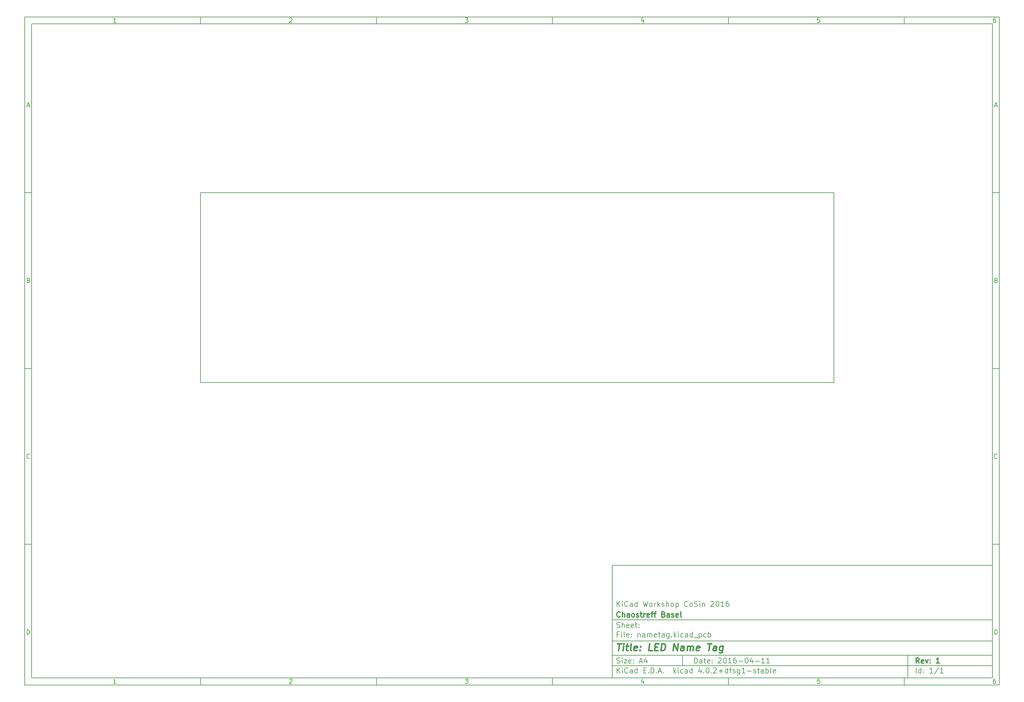
<source format=gbr>
G04 #@! TF.FileFunction,Profile,NP*
%FSLAX46Y46*%
G04 Gerber Fmt 4.6, Leading zero omitted, Abs format (unit mm)*
G04 Created by KiCad (PCBNEW 4.0.2+dfsg1-stable) date Fri 10 Jun 2016 09:08:50 CEST*
%MOMM*%
G01*
G04 APERTURE LIST*
%ADD10C,0.100000*%
%ADD11C,0.150000*%
%ADD12C,0.300000*%
%ADD13C,0.400000*%
G04 APERTURE END LIST*
D10*
D11*
X177002200Y-166007200D02*
X177002200Y-198007200D01*
X285002200Y-198007200D01*
X285002200Y-166007200D01*
X177002200Y-166007200D01*
D10*
D11*
X10000000Y-10000000D02*
X10000000Y-200007200D01*
X287002200Y-200007200D01*
X287002200Y-10000000D01*
X10000000Y-10000000D01*
D10*
D11*
X12000000Y-12000000D02*
X12000000Y-198007200D01*
X285002200Y-198007200D01*
X285002200Y-12000000D01*
X12000000Y-12000000D01*
D10*
D11*
X60000000Y-12000000D02*
X60000000Y-10000000D01*
D10*
D11*
X110000000Y-12000000D02*
X110000000Y-10000000D01*
D10*
D11*
X160000000Y-12000000D02*
X160000000Y-10000000D01*
D10*
D11*
X210000000Y-12000000D02*
X210000000Y-10000000D01*
D10*
D11*
X260000000Y-12000000D02*
X260000000Y-10000000D01*
D10*
D11*
X35990476Y-11588095D02*
X35247619Y-11588095D01*
X35619048Y-11588095D02*
X35619048Y-10288095D01*
X35495238Y-10473810D01*
X35371429Y-10597619D01*
X35247619Y-10659524D01*
D10*
D11*
X85247619Y-10411905D02*
X85309524Y-10350000D01*
X85433333Y-10288095D01*
X85742857Y-10288095D01*
X85866667Y-10350000D01*
X85928571Y-10411905D01*
X85990476Y-10535714D01*
X85990476Y-10659524D01*
X85928571Y-10845238D01*
X85185714Y-11588095D01*
X85990476Y-11588095D01*
D10*
D11*
X135185714Y-10288095D02*
X135990476Y-10288095D01*
X135557143Y-10783333D01*
X135742857Y-10783333D01*
X135866667Y-10845238D01*
X135928571Y-10907143D01*
X135990476Y-11030952D01*
X135990476Y-11340476D01*
X135928571Y-11464286D01*
X135866667Y-11526190D01*
X135742857Y-11588095D01*
X135371429Y-11588095D01*
X135247619Y-11526190D01*
X135185714Y-11464286D01*
D10*
D11*
X185866667Y-10721429D02*
X185866667Y-11588095D01*
X185557143Y-10226190D02*
X185247619Y-11154762D01*
X186052381Y-11154762D01*
D10*
D11*
X235928571Y-10288095D02*
X235309524Y-10288095D01*
X235247619Y-10907143D01*
X235309524Y-10845238D01*
X235433333Y-10783333D01*
X235742857Y-10783333D01*
X235866667Y-10845238D01*
X235928571Y-10907143D01*
X235990476Y-11030952D01*
X235990476Y-11340476D01*
X235928571Y-11464286D01*
X235866667Y-11526190D01*
X235742857Y-11588095D01*
X235433333Y-11588095D01*
X235309524Y-11526190D01*
X235247619Y-11464286D01*
D10*
D11*
X285866667Y-10288095D02*
X285619048Y-10288095D01*
X285495238Y-10350000D01*
X285433333Y-10411905D01*
X285309524Y-10597619D01*
X285247619Y-10845238D01*
X285247619Y-11340476D01*
X285309524Y-11464286D01*
X285371429Y-11526190D01*
X285495238Y-11588095D01*
X285742857Y-11588095D01*
X285866667Y-11526190D01*
X285928571Y-11464286D01*
X285990476Y-11340476D01*
X285990476Y-11030952D01*
X285928571Y-10907143D01*
X285866667Y-10845238D01*
X285742857Y-10783333D01*
X285495238Y-10783333D01*
X285371429Y-10845238D01*
X285309524Y-10907143D01*
X285247619Y-11030952D01*
D10*
D11*
X60000000Y-198007200D02*
X60000000Y-200007200D01*
D10*
D11*
X110000000Y-198007200D02*
X110000000Y-200007200D01*
D10*
D11*
X160000000Y-198007200D02*
X160000000Y-200007200D01*
D10*
D11*
X210000000Y-198007200D02*
X210000000Y-200007200D01*
D10*
D11*
X260000000Y-198007200D02*
X260000000Y-200007200D01*
D10*
D11*
X35990476Y-199595295D02*
X35247619Y-199595295D01*
X35619048Y-199595295D02*
X35619048Y-198295295D01*
X35495238Y-198481010D01*
X35371429Y-198604819D01*
X35247619Y-198666724D01*
D10*
D11*
X85247619Y-198419105D02*
X85309524Y-198357200D01*
X85433333Y-198295295D01*
X85742857Y-198295295D01*
X85866667Y-198357200D01*
X85928571Y-198419105D01*
X85990476Y-198542914D01*
X85990476Y-198666724D01*
X85928571Y-198852438D01*
X85185714Y-199595295D01*
X85990476Y-199595295D01*
D10*
D11*
X135185714Y-198295295D02*
X135990476Y-198295295D01*
X135557143Y-198790533D01*
X135742857Y-198790533D01*
X135866667Y-198852438D01*
X135928571Y-198914343D01*
X135990476Y-199038152D01*
X135990476Y-199347676D01*
X135928571Y-199471486D01*
X135866667Y-199533390D01*
X135742857Y-199595295D01*
X135371429Y-199595295D01*
X135247619Y-199533390D01*
X135185714Y-199471486D01*
D10*
D11*
X185866667Y-198728629D02*
X185866667Y-199595295D01*
X185557143Y-198233390D02*
X185247619Y-199161962D01*
X186052381Y-199161962D01*
D10*
D11*
X235928571Y-198295295D02*
X235309524Y-198295295D01*
X235247619Y-198914343D01*
X235309524Y-198852438D01*
X235433333Y-198790533D01*
X235742857Y-198790533D01*
X235866667Y-198852438D01*
X235928571Y-198914343D01*
X235990476Y-199038152D01*
X235990476Y-199347676D01*
X235928571Y-199471486D01*
X235866667Y-199533390D01*
X235742857Y-199595295D01*
X235433333Y-199595295D01*
X235309524Y-199533390D01*
X235247619Y-199471486D01*
D10*
D11*
X285866667Y-198295295D02*
X285619048Y-198295295D01*
X285495238Y-198357200D01*
X285433333Y-198419105D01*
X285309524Y-198604819D01*
X285247619Y-198852438D01*
X285247619Y-199347676D01*
X285309524Y-199471486D01*
X285371429Y-199533390D01*
X285495238Y-199595295D01*
X285742857Y-199595295D01*
X285866667Y-199533390D01*
X285928571Y-199471486D01*
X285990476Y-199347676D01*
X285990476Y-199038152D01*
X285928571Y-198914343D01*
X285866667Y-198852438D01*
X285742857Y-198790533D01*
X285495238Y-198790533D01*
X285371429Y-198852438D01*
X285309524Y-198914343D01*
X285247619Y-199038152D01*
D10*
D11*
X10000000Y-60000000D02*
X12000000Y-60000000D01*
D10*
D11*
X10000000Y-110000000D02*
X12000000Y-110000000D01*
D10*
D11*
X10000000Y-160000000D02*
X12000000Y-160000000D01*
D10*
D11*
X10690476Y-35216667D02*
X11309524Y-35216667D01*
X10566667Y-35588095D02*
X11000000Y-34288095D01*
X11433333Y-35588095D01*
D10*
D11*
X11092857Y-84907143D02*
X11278571Y-84969048D01*
X11340476Y-85030952D01*
X11402381Y-85154762D01*
X11402381Y-85340476D01*
X11340476Y-85464286D01*
X11278571Y-85526190D01*
X11154762Y-85588095D01*
X10659524Y-85588095D01*
X10659524Y-84288095D01*
X11092857Y-84288095D01*
X11216667Y-84350000D01*
X11278571Y-84411905D01*
X11340476Y-84535714D01*
X11340476Y-84659524D01*
X11278571Y-84783333D01*
X11216667Y-84845238D01*
X11092857Y-84907143D01*
X10659524Y-84907143D01*
D10*
D11*
X11402381Y-135464286D02*
X11340476Y-135526190D01*
X11154762Y-135588095D01*
X11030952Y-135588095D01*
X10845238Y-135526190D01*
X10721429Y-135402381D01*
X10659524Y-135278571D01*
X10597619Y-135030952D01*
X10597619Y-134845238D01*
X10659524Y-134597619D01*
X10721429Y-134473810D01*
X10845238Y-134350000D01*
X11030952Y-134288095D01*
X11154762Y-134288095D01*
X11340476Y-134350000D01*
X11402381Y-134411905D01*
D10*
D11*
X10659524Y-185588095D02*
X10659524Y-184288095D01*
X10969048Y-184288095D01*
X11154762Y-184350000D01*
X11278571Y-184473810D01*
X11340476Y-184597619D01*
X11402381Y-184845238D01*
X11402381Y-185030952D01*
X11340476Y-185278571D01*
X11278571Y-185402381D01*
X11154762Y-185526190D01*
X10969048Y-185588095D01*
X10659524Y-185588095D01*
D10*
D11*
X287002200Y-60000000D02*
X285002200Y-60000000D01*
D10*
D11*
X287002200Y-110000000D02*
X285002200Y-110000000D01*
D10*
D11*
X287002200Y-160000000D02*
X285002200Y-160000000D01*
D10*
D11*
X285692676Y-35216667D02*
X286311724Y-35216667D01*
X285568867Y-35588095D02*
X286002200Y-34288095D01*
X286435533Y-35588095D01*
D10*
D11*
X286095057Y-84907143D02*
X286280771Y-84969048D01*
X286342676Y-85030952D01*
X286404581Y-85154762D01*
X286404581Y-85340476D01*
X286342676Y-85464286D01*
X286280771Y-85526190D01*
X286156962Y-85588095D01*
X285661724Y-85588095D01*
X285661724Y-84288095D01*
X286095057Y-84288095D01*
X286218867Y-84350000D01*
X286280771Y-84411905D01*
X286342676Y-84535714D01*
X286342676Y-84659524D01*
X286280771Y-84783333D01*
X286218867Y-84845238D01*
X286095057Y-84907143D01*
X285661724Y-84907143D01*
D10*
D11*
X286404581Y-135464286D02*
X286342676Y-135526190D01*
X286156962Y-135588095D01*
X286033152Y-135588095D01*
X285847438Y-135526190D01*
X285723629Y-135402381D01*
X285661724Y-135278571D01*
X285599819Y-135030952D01*
X285599819Y-134845238D01*
X285661724Y-134597619D01*
X285723629Y-134473810D01*
X285847438Y-134350000D01*
X286033152Y-134288095D01*
X286156962Y-134288095D01*
X286342676Y-134350000D01*
X286404581Y-134411905D01*
D10*
D11*
X285661724Y-185588095D02*
X285661724Y-184288095D01*
X285971248Y-184288095D01*
X286156962Y-184350000D01*
X286280771Y-184473810D01*
X286342676Y-184597619D01*
X286404581Y-184845238D01*
X286404581Y-185030952D01*
X286342676Y-185278571D01*
X286280771Y-185402381D01*
X286156962Y-185526190D01*
X285971248Y-185588095D01*
X285661724Y-185588095D01*
D10*
D11*
X200359343Y-193785771D02*
X200359343Y-192285771D01*
X200716486Y-192285771D01*
X200930771Y-192357200D01*
X201073629Y-192500057D01*
X201145057Y-192642914D01*
X201216486Y-192928629D01*
X201216486Y-193142914D01*
X201145057Y-193428629D01*
X201073629Y-193571486D01*
X200930771Y-193714343D01*
X200716486Y-193785771D01*
X200359343Y-193785771D01*
X202502200Y-193785771D02*
X202502200Y-193000057D01*
X202430771Y-192857200D01*
X202287914Y-192785771D01*
X202002200Y-192785771D01*
X201859343Y-192857200D01*
X202502200Y-193714343D02*
X202359343Y-193785771D01*
X202002200Y-193785771D01*
X201859343Y-193714343D01*
X201787914Y-193571486D01*
X201787914Y-193428629D01*
X201859343Y-193285771D01*
X202002200Y-193214343D01*
X202359343Y-193214343D01*
X202502200Y-193142914D01*
X203002200Y-192785771D02*
X203573629Y-192785771D01*
X203216486Y-192285771D02*
X203216486Y-193571486D01*
X203287914Y-193714343D01*
X203430772Y-193785771D01*
X203573629Y-193785771D01*
X204645057Y-193714343D02*
X204502200Y-193785771D01*
X204216486Y-193785771D01*
X204073629Y-193714343D01*
X204002200Y-193571486D01*
X204002200Y-193000057D01*
X204073629Y-192857200D01*
X204216486Y-192785771D01*
X204502200Y-192785771D01*
X204645057Y-192857200D01*
X204716486Y-193000057D01*
X204716486Y-193142914D01*
X204002200Y-193285771D01*
X205359343Y-193642914D02*
X205430771Y-193714343D01*
X205359343Y-193785771D01*
X205287914Y-193714343D01*
X205359343Y-193642914D01*
X205359343Y-193785771D01*
X205359343Y-192857200D02*
X205430771Y-192928629D01*
X205359343Y-193000057D01*
X205287914Y-192928629D01*
X205359343Y-192857200D01*
X205359343Y-193000057D01*
X207145057Y-192428629D02*
X207216486Y-192357200D01*
X207359343Y-192285771D01*
X207716486Y-192285771D01*
X207859343Y-192357200D01*
X207930772Y-192428629D01*
X208002200Y-192571486D01*
X208002200Y-192714343D01*
X207930772Y-192928629D01*
X207073629Y-193785771D01*
X208002200Y-193785771D01*
X208930771Y-192285771D02*
X209073628Y-192285771D01*
X209216485Y-192357200D01*
X209287914Y-192428629D01*
X209359343Y-192571486D01*
X209430771Y-192857200D01*
X209430771Y-193214343D01*
X209359343Y-193500057D01*
X209287914Y-193642914D01*
X209216485Y-193714343D01*
X209073628Y-193785771D01*
X208930771Y-193785771D01*
X208787914Y-193714343D01*
X208716485Y-193642914D01*
X208645057Y-193500057D01*
X208573628Y-193214343D01*
X208573628Y-192857200D01*
X208645057Y-192571486D01*
X208716485Y-192428629D01*
X208787914Y-192357200D01*
X208930771Y-192285771D01*
X210859342Y-193785771D02*
X210002199Y-193785771D01*
X210430771Y-193785771D02*
X210430771Y-192285771D01*
X210287914Y-192500057D01*
X210145056Y-192642914D01*
X210002199Y-192714343D01*
X212145056Y-192285771D02*
X211859342Y-192285771D01*
X211716485Y-192357200D01*
X211645056Y-192428629D01*
X211502199Y-192642914D01*
X211430770Y-192928629D01*
X211430770Y-193500057D01*
X211502199Y-193642914D01*
X211573627Y-193714343D01*
X211716485Y-193785771D01*
X212002199Y-193785771D01*
X212145056Y-193714343D01*
X212216485Y-193642914D01*
X212287913Y-193500057D01*
X212287913Y-193142914D01*
X212216485Y-193000057D01*
X212145056Y-192928629D01*
X212002199Y-192857200D01*
X211716485Y-192857200D01*
X211573627Y-192928629D01*
X211502199Y-193000057D01*
X211430770Y-193142914D01*
X212930770Y-193214343D02*
X214073627Y-193214343D01*
X215073627Y-192285771D02*
X215216484Y-192285771D01*
X215359341Y-192357200D01*
X215430770Y-192428629D01*
X215502199Y-192571486D01*
X215573627Y-192857200D01*
X215573627Y-193214343D01*
X215502199Y-193500057D01*
X215430770Y-193642914D01*
X215359341Y-193714343D01*
X215216484Y-193785771D01*
X215073627Y-193785771D01*
X214930770Y-193714343D01*
X214859341Y-193642914D01*
X214787913Y-193500057D01*
X214716484Y-193214343D01*
X214716484Y-192857200D01*
X214787913Y-192571486D01*
X214859341Y-192428629D01*
X214930770Y-192357200D01*
X215073627Y-192285771D01*
X216859341Y-192785771D02*
X216859341Y-193785771D01*
X216502198Y-192214343D02*
X216145055Y-193285771D01*
X217073627Y-193285771D01*
X217645055Y-193214343D02*
X218787912Y-193214343D01*
X220287912Y-193785771D02*
X219430769Y-193785771D01*
X219859341Y-193785771D02*
X219859341Y-192285771D01*
X219716484Y-192500057D01*
X219573626Y-192642914D01*
X219430769Y-192714343D01*
X221716483Y-193785771D02*
X220859340Y-193785771D01*
X221287912Y-193785771D02*
X221287912Y-192285771D01*
X221145055Y-192500057D01*
X221002197Y-192642914D01*
X220859340Y-192714343D01*
D10*
D11*
X177002200Y-194507200D02*
X285002200Y-194507200D01*
D10*
D11*
X178359343Y-196585771D02*
X178359343Y-195085771D01*
X179216486Y-196585771D02*
X178573629Y-195728629D01*
X179216486Y-195085771D02*
X178359343Y-195942914D01*
X179859343Y-196585771D02*
X179859343Y-195585771D01*
X179859343Y-195085771D02*
X179787914Y-195157200D01*
X179859343Y-195228629D01*
X179930771Y-195157200D01*
X179859343Y-195085771D01*
X179859343Y-195228629D01*
X181430772Y-196442914D02*
X181359343Y-196514343D01*
X181145057Y-196585771D01*
X181002200Y-196585771D01*
X180787915Y-196514343D01*
X180645057Y-196371486D01*
X180573629Y-196228629D01*
X180502200Y-195942914D01*
X180502200Y-195728629D01*
X180573629Y-195442914D01*
X180645057Y-195300057D01*
X180787915Y-195157200D01*
X181002200Y-195085771D01*
X181145057Y-195085771D01*
X181359343Y-195157200D01*
X181430772Y-195228629D01*
X182716486Y-196585771D02*
X182716486Y-195800057D01*
X182645057Y-195657200D01*
X182502200Y-195585771D01*
X182216486Y-195585771D01*
X182073629Y-195657200D01*
X182716486Y-196514343D02*
X182573629Y-196585771D01*
X182216486Y-196585771D01*
X182073629Y-196514343D01*
X182002200Y-196371486D01*
X182002200Y-196228629D01*
X182073629Y-196085771D01*
X182216486Y-196014343D01*
X182573629Y-196014343D01*
X182716486Y-195942914D01*
X184073629Y-196585771D02*
X184073629Y-195085771D01*
X184073629Y-196514343D02*
X183930772Y-196585771D01*
X183645058Y-196585771D01*
X183502200Y-196514343D01*
X183430772Y-196442914D01*
X183359343Y-196300057D01*
X183359343Y-195871486D01*
X183430772Y-195728629D01*
X183502200Y-195657200D01*
X183645058Y-195585771D01*
X183930772Y-195585771D01*
X184073629Y-195657200D01*
X185930772Y-195800057D02*
X186430772Y-195800057D01*
X186645058Y-196585771D02*
X185930772Y-196585771D01*
X185930772Y-195085771D01*
X186645058Y-195085771D01*
X187287915Y-196442914D02*
X187359343Y-196514343D01*
X187287915Y-196585771D01*
X187216486Y-196514343D01*
X187287915Y-196442914D01*
X187287915Y-196585771D01*
X188002201Y-196585771D02*
X188002201Y-195085771D01*
X188359344Y-195085771D01*
X188573629Y-195157200D01*
X188716487Y-195300057D01*
X188787915Y-195442914D01*
X188859344Y-195728629D01*
X188859344Y-195942914D01*
X188787915Y-196228629D01*
X188716487Y-196371486D01*
X188573629Y-196514343D01*
X188359344Y-196585771D01*
X188002201Y-196585771D01*
X189502201Y-196442914D02*
X189573629Y-196514343D01*
X189502201Y-196585771D01*
X189430772Y-196514343D01*
X189502201Y-196442914D01*
X189502201Y-196585771D01*
X190145058Y-196157200D02*
X190859344Y-196157200D01*
X190002201Y-196585771D02*
X190502201Y-195085771D01*
X191002201Y-196585771D01*
X191502201Y-196442914D02*
X191573629Y-196514343D01*
X191502201Y-196585771D01*
X191430772Y-196514343D01*
X191502201Y-196442914D01*
X191502201Y-196585771D01*
X194502201Y-196585771D02*
X194502201Y-195085771D01*
X194645058Y-196014343D02*
X195073629Y-196585771D01*
X195073629Y-195585771D02*
X194502201Y-196157200D01*
X195716487Y-196585771D02*
X195716487Y-195585771D01*
X195716487Y-195085771D02*
X195645058Y-195157200D01*
X195716487Y-195228629D01*
X195787915Y-195157200D01*
X195716487Y-195085771D01*
X195716487Y-195228629D01*
X197073630Y-196514343D02*
X196930773Y-196585771D01*
X196645059Y-196585771D01*
X196502201Y-196514343D01*
X196430773Y-196442914D01*
X196359344Y-196300057D01*
X196359344Y-195871486D01*
X196430773Y-195728629D01*
X196502201Y-195657200D01*
X196645059Y-195585771D01*
X196930773Y-195585771D01*
X197073630Y-195657200D01*
X198359344Y-196585771D02*
X198359344Y-195800057D01*
X198287915Y-195657200D01*
X198145058Y-195585771D01*
X197859344Y-195585771D01*
X197716487Y-195657200D01*
X198359344Y-196514343D02*
X198216487Y-196585771D01*
X197859344Y-196585771D01*
X197716487Y-196514343D01*
X197645058Y-196371486D01*
X197645058Y-196228629D01*
X197716487Y-196085771D01*
X197859344Y-196014343D01*
X198216487Y-196014343D01*
X198359344Y-195942914D01*
X199716487Y-196585771D02*
X199716487Y-195085771D01*
X199716487Y-196514343D02*
X199573630Y-196585771D01*
X199287916Y-196585771D01*
X199145058Y-196514343D01*
X199073630Y-196442914D01*
X199002201Y-196300057D01*
X199002201Y-195871486D01*
X199073630Y-195728629D01*
X199145058Y-195657200D01*
X199287916Y-195585771D01*
X199573630Y-195585771D01*
X199716487Y-195657200D01*
X202216487Y-195585771D02*
X202216487Y-196585771D01*
X201859344Y-195014343D02*
X201502201Y-196085771D01*
X202430773Y-196085771D01*
X203002201Y-196442914D02*
X203073629Y-196514343D01*
X203002201Y-196585771D01*
X202930772Y-196514343D01*
X203002201Y-196442914D01*
X203002201Y-196585771D01*
X204002201Y-195085771D02*
X204145058Y-195085771D01*
X204287915Y-195157200D01*
X204359344Y-195228629D01*
X204430773Y-195371486D01*
X204502201Y-195657200D01*
X204502201Y-196014343D01*
X204430773Y-196300057D01*
X204359344Y-196442914D01*
X204287915Y-196514343D01*
X204145058Y-196585771D01*
X204002201Y-196585771D01*
X203859344Y-196514343D01*
X203787915Y-196442914D01*
X203716487Y-196300057D01*
X203645058Y-196014343D01*
X203645058Y-195657200D01*
X203716487Y-195371486D01*
X203787915Y-195228629D01*
X203859344Y-195157200D01*
X204002201Y-195085771D01*
X205145058Y-196442914D02*
X205216486Y-196514343D01*
X205145058Y-196585771D01*
X205073629Y-196514343D01*
X205145058Y-196442914D01*
X205145058Y-196585771D01*
X205787915Y-195228629D02*
X205859344Y-195157200D01*
X206002201Y-195085771D01*
X206359344Y-195085771D01*
X206502201Y-195157200D01*
X206573630Y-195228629D01*
X206645058Y-195371486D01*
X206645058Y-195514343D01*
X206573630Y-195728629D01*
X205716487Y-196585771D01*
X206645058Y-196585771D01*
X207287915Y-196014343D02*
X208430772Y-196014343D01*
X207859343Y-196585771D02*
X207859343Y-195442914D01*
X209787915Y-196585771D02*
X209787915Y-195085771D01*
X209787915Y-196514343D02*
X209645058Y-196585771D01*
X209359344Y-196585771D01*
X209216486Y-196514343D01*
X209145058Y-196442914D01*
X209073629Y-196300057D01*
X209073629Y-195871486D01*
X209145058Y-195728629D01*
X209216486Y-195657200D01*
X209359344Y-195585771D01*
X209645058Y-195585771D01*
X209787915Y-195657200D01*
X210287915Y-195585771D02*
X210859344Y-195585771D01*
X210502201Y-196585771D02*
X210502201Y-195300057D01*
X210573629Y-195157200D01*
X210716487Y-195085771D01*
X210859344Y-195085771D01*
X211287915Y-196514343D02*
X211430772Y-196585771D01*
X211716487Y-196585771D01*
X211859344Y-196514343D01*
X211930772Y-196371486D01*
X211930772Y-196300057D01*
X211859344Y-196157200D01*
X211716487Y-196085771D01*
X211502201Y-196085771D01*
X211359344Y-196014343D01*
X211287915Y-195871486D01*
X211287915Y-195800057D01*
X211359344Y-195657200D01*
X211502201Y-195585771D01*
X211716487Y-195585771D01*
X211859344Y-195657200D01*
X213216487Y-195585771D02*
X213216487Y-196800057D01*
X213145058Y-196942914D01*
X213073630Y-197014343D01*
X212930773Y-197085771D01*
X212716487Y-197085771D01*
X212573630Y-197014343D01*
X213216487Y-196514343D02*
X213073630Y-196585771D01*
X212787916Y-196585771D01*
X212645058Y-196514343D01*
X212573630Y-196442914D01*
X212502201Y-196300057D01*
X212502201Y-195871486D01*
X212573630Y-195728629D01*
X212645058Y-195657200D01*
X212787916Y-195585771D01*
X213073630Y-195585771D01*
X213216487Y-195657200D01*
X214716487Y-196585771D02*
X213859344Y-196585771D01*
X214287916Y-196585771D02*
X214287916Y-195085771D01*
X214145059Y-195300057D01*
X214002201Y-195442914D01*
X213859344Y-195514343D01*
X215359344Y-196014343D02*
X216502201Y-196014343D01*
X217145058Y-196514343D02*
X217287915Y-196585771D01*
X217573630Y-196585771D01*
X217716487Y-196514343D01*
X217787915Y-196371486D01*
X217787915Y-196300057D01*
X217716487Y-196157200D01*
X217573630Y-196085771D01*
X217359344Y-196085771D01*
X217216487Y-196014343D01*
X217145058Y-195871486D01*
X217145058Y-195800057D01*
X217216487Y-195657200D01*
X217359344Y-195585771D01*
X217573630Y-195585771D01*
X217716487Y-195657200D01*
X218216487Y-195585771D02*
X218787916Y-195585771D01*
X218430773Y-195085771D02*
X218430773Y-196371486D01*
X218502201Y-196514343D01*
X218645059Y-196585771D01*
X218787916Y-196585771D01*
X219930773Y-196585771D02*
X219930773Y-195800057D01*
X219859344Y-195657200D01*
X219716487Y-195585771D01*
X219430773Y-195585771D01*
X219287916Y-195657200D01*
X219930773Y-196514343D02*
X219787916Y-196585771D01*
X219430773Y-196585771D01*
X219287916Y-196514343D01*
X219216487Y-196371486D01*
X219216487Y-196228629D01*
X219287916Y-196085771D01*
X219430773Y-196014343D01*
X219787916Y-196014343D01*
X219930773Y-195942914D01*
X220645059Y-196585771D02*
X220645059Y-195085771D01*
X220645059Y-195657200D02*
X220787916Y-195585771D01*
X221073630Y-195585771D01*
X221216487Y-195657200D01*
X221287916Y-195728629D01*
X221359345Y-195871486D01*
X221359345Y-196300057D01*
X221287916Y-196442914D01*
X221216487Y-196514343D01*
X221073630Y-196585771D01*
X220787916Y-196585771D01*
X220645059Y-196514343D01*
X222216488Y-196585771D02*
X222073630Y-196514343D01*
X222002202Y-196371486D01*
X222002202Y-195085771D01*
X223359344Y-196514343D02*
X223216487Y-196585771D01*
X222930773Y-196585771D01*
X222787916Y-196514343D01*
X222716487Y-196371486D01*
X222716487Y-195800057D01*
X222787916Y-195657200D01*
X222930773Y-195585771D01*
X223216487Y-195585771D01*
X223359344Y-195657200D01*
X223430773Y-195800057D01*
X223430773Y-195942914D01*
X222716487Y-196085771D01*
D10*
D11*
X177002200Y-191507200D02*
X285002200Y-191507200D01*
D10*
D12*
X264216486Y-193785771D02*
X263716486Y-193071486D01*
X263359343Y-193785771D02*
X263359343Y-192285771D01*
X263930771Y-192285771D01*
X264073629Y-192357200D01*
X264145057Y-192428629D01*
X264216486Y-192571486D01*
X264216486Y-192785771D01*
X264145057Y-192928629D01*
X264073629Y-193000057D01*
X263930771Y-193071486D01*
X263359343Y-193071486D01*
X265430771Y-193714343D02*
X265287914Y-193785771D01*
X265002200Y-193785771D01*
X264859343Y-193714343D01*
X264787914Y-193571486D01*
X264787914Y-193000057D01*
X264859343Y-192857200D01*
X265002200Y-192785771D01*
X265287914Y-192785771D01*
X265430771Y-192857200D01*
X265502200Y-193000057D01*
X265502200Y-193142914D01*
X264787914Y-193285771D01*
X266002200Y-192785771D02*
X266359343Y-193785771D01*
X266716485Y-192785771D01*
X267287914Y-193642914D02*
X267359342Y-193714343D01*
X267287914Y-193785771D01*
X267216485Y-193714343D01*
X267287914Y-193642914D01*
X267287914Y-193785771D01*
X267287914Y-192857200D02*
X267359342Y-192928629D01*
X267287914Y-193000057D01*
X267216485Y-192928629D01*
X267287914Y-192857200D01*
X267287914Y-193000057D01*
X269930771Y-193785771D02*
X269073628Y-193785771D01*
X269502200Y-193785771D02*
X269502200Y-192285771D01*
X269359343Y-192500057D01*
X269216485Y-192642914D01*
X269073628Y-192714343D01*
D10*
D11*
X178287914Y-193714343D02*
X178502200Y-193785771D01*
X178859343Y-193785771D01*
X179002200Y-193714343D01*
X179073629Y-193642914D01*
X179145057Y-193500057D01*
X179145057Y-193357200D01*
X179073629Y-193214343D01*
X179002200Y-193142914D01*
X178859343Y-193071486D01*
X178573629Y-193000057D01*
X178430771Y-192928629D01*
X178359343Y-192857200D01*
X178287914Y-192714343D01*
X178287914Y-192571486D01*
X178359343Y-192428629D01*
X178430771Y-192357200D01*
X178573629Y-192285771D01*
X178930771Y-192285771D01*
X179145057Y-192357200D01*
X179787914Y-193785771D02*
X179787914Y-192785771D01*
X179787914Y-192285771D02*
X179716485Y-192357200D01*
X179787914Y-192428629D01*
X179859342Y-192357200D01*
X179787914Y-192285771D01*
X179787914Y-192428629D01*
X180359343Y-192785771D02*
X181145057Y-192785771D01*
X180359343Y-193785771D01*
X181145057Y-193785771D01*
X182287914Y-193714343D02*
X182145057Y-193785771D01*
X181859343Y-193785771D01*
X181716486Y-193714343D01*
X181645057Y-193571486D01*
X181645057Y-193000057D01*
X181716486Y-192857200D01*
X181859343Y-192785771D01*
X182145057Y-192785771D01*
X182287914Y-192857200D01*
X182359343Y-193000057D01*
X182359343Y-193142914D01*
X181645057Y-193285771D01*
X183002200Y-193642914D02*
X183073628Y-193714343D01*
X183002200Y-193785771D01*
X182930771Y-193714343D01*
X183002200Y-193642914D01*
X183002200Y-193785771D01*
X183002200Y-192857200D02*
X183073628Y-192928629D01*
X183002200Y-193000057D01*
X182930771Y-192928629D01*
X183002200Y-192857200D01*
X183002200Y-193000057D01*
X184787914Y-193357200D02*
X185502200Y-193357200D01*
X184645057Y-193785771D02*
X185145057Y-192285771D01*
X185645057Y-193785771D01*
X186787914Y-192785771D02*
X186787914Y-193785771D01*
X186430771Y-192214343D02*
X186073628Y-193285771D01*
X187002200Y-193285771D01*
D10*
D11*
X263359343Y-196585771D02*
X263359343Y-195085771D01*
X264716486Y-196585771D02*
X264716486Y-195085771D01*
X264716486Y-196514343D02*
X264573629Y-196585771D01*
X264287915Y-196585771D01*
X264145057Y-196514343D01*
X264073629Y-196442914D01*
X264002200Y-196300057D01*
X264002200Y-195871486D01*
X264073629Y-195728629D01*
X264145057Y-195657200D01*
X264287915Y-195585771D01*
X264573629Y-195585771D01*
X264716486Y-195657200D01*
X265430772Y-196442914D02*
X265502200Y-196514343D01*
X265430772Y-196585771D01*
X265359343Y-196514343D01*
X265430772Y-196442914D01*
X265430772Y-196585771D01*
X265430772Y-195657200D02*
X265502200Y-195728629D01*
X265430772Y-195800057D01*
X265359343Y-195728629D01*
X265430772Y-195657200D01*
X265430772Y-195800057D01*
X268073629Y-196585771D02*
X267216486Y-196585771D01*
X267645058Y-196585771D02*
X267645058Y-195085771D01*
X267502201Y-195300057D01*
X267359343Y-195442914D01*
X267216486Y-195514343D01*
X269787914Y-195014343D02*
X268502200Y-196942914D01*
X271073629Y-196585771D02*
X270216486Y-196585771D01*
X270645058Y-196585771D02*
X270645058Y-195085771D01*
X270502201Y-195300057D01*
X270359343Y-195442914D01*
X270216486Y-195514343D01*
D10*
D11*
X177002200Y-187507200D02*
X285002200Y-187507200D01*
D10*
D13*
X178454581Y-188211962D02*
X179597438Y-188211962D01*
X178776010Y-190211962D02*
X179026010Y-188211962D01*
X180014105Y-190211962D02*
X180180771Y-188878629D01*
X180264105Y-188211962D02*
X180156962Y-188307200D01*
X180240295Y-188402438D01*
X180347439Y-188307200D01*
X180264105Y-188211962D01*
X180240295Y-188402438D01*
X180847438Y-188878629D02*
X181609343Y-188878629D01*
X181216486Y-188211962D02*
X181002200Y-189926248D01*
X181073630Y-190116724D01*
X181252201Y-190211962D01*
X181442677Y-190211962D01*
X182395058Y-190211962D02*
X182216487Y-190116724D01*
X182145057Y-189926248D01*
X182359343Y-188211962D01*
X183930772Y-190116724D02*
X183728391Y-190211962D01*
X183347439Y-190211962D01*
X183168867Y-190116724D01*
X183097438Y-189926248D01*
X183192676Y-189164343D01*
X183311724Y-188973867D01*
X183514105Y-188878629D01*
X183895057Y-188878629D01*
X184073629Y-188973867D01*
X184145057Y-189164343D01*
X184121248Y-189354819D01*
X183145057Y-189545295D01*
X184895057Y-190021486D02*
X184978392Y-190116724D01*
X184871248Y-190211962D01*
X184787915Y-190116724D01*
X184895057Y-190021486D01*
X184871248Y-190211962D01*
X185026010Y-188973867D02*
X185109344Y-189069105D01*
X185002200Y-189164343D01*
X184918867Y-189069105D01*
X185026010Y-188973867D01*
X185002200Y-189164343D01*
X188299820Y-190211962D02*
X187347439Y-190211962D01*
X187597439Y-188211962D01*
X189097439Y-189164343D02*
X189764106Y-189164343D01*
X189918868Y-190211962D02*
X188966487Y-190211962D01*
X189216487Y-188211962D01*
X190168868Y-188211962D01*
X190776011Y-190211962D02*
X191026011Y-188211962D01*
X191502202Y-188211962D01*
X191776011Y-188307200D01*
X191942678Y-188497676D01*
X192014107Y-188688152D01*
X192061726Y-189069105D01*
X192026012Y-189354819D01*
X191883155Y-189735771D01*
X191764106Y-189926248D01*
X191549821Y-190116724D01*
X191252202Y-190211962D01*
X190776011Y-190211962D01*
X194299821Y-190211962D02*
X194549821Y-188211962D01*
X195442679Y-190211962D01*
X195692679Y-188211962D01*
X197252202Y-190211962D02*
X197383154Y-189164343D01*
X197311726Y-188973867D01*
X197133154Y-188878629D01*
X196752202Y-188878629D01*
X196549821Y-188973867D01*
X197264107Y-190116724D02*
X197061726Y-190211962D01*
X196585536Y-190211962D01*
X196406964Y-190116724D01*
X196335535Y-189926248D01*
X196359345Y-189735771D01*
X196478392Y-189545295D01*
X196680774Y-189450057D01*
X197156964Y-189450057D01*
X197359345Y-189354819D01*
X198204583Y-190211962D02*
X198371249Y-188878629D01*
X198347440Y-189069105D02*
X198454584Y-188973867D01*
X198656964Y-188878629D01*
X198942678Y-188878629D01*
X199121250Y-188973867D01*
X199192678Y-189164343D01*
X199061726Y-190211962D01*
X199192678Y-189164343D02*
X199311726Y-188973867D01*
X199514107Y-188878629D01*
X199799821Y-188878629D01*
X199978393Y-188973867D01*
X200049821Y-189164343D01*
X199918869Y-190211962D01*
X201645060Y-190116724D02*
X201442679Y-190211962D01*
X201061727Y-190211962D01*
X200883155Y-190116724D01*
X200811726Y-189926248D01*
X200906964Y-189164343D01*
X201026012Y-188973867D01*
X201228393Y-188878629D01*
X201609345Y-188878629D01*
X201787917Y-188973867D01*
X201859345Y-189164343D01*
X201835536Y-189354819D01*
X200859345Y-189545295D01*
X204073632Y-188211962D02*
X205216489Y-188211962D01*
X204395061Y-190211962D02*
X204645061Y-188211962D01*
X206490299Y-190211962D02*
X206621251Y-189164343D01*
X206549823Y-188973867D01*
X206371251Y-188878629D01*
X205990299Y-188878629D01*
X205787918Y-188973867D01*
X206502204Y-190116724D02*
X206299823Y-190211962D01*
X205823633Y-190211962D01*
X205645061Y-190116724D01*
X205573632Y-189926248D01*
X205597442Y-189735771D01*
X205716489Y-189545295D01*
X205918871Y-189450057D01*
X206395061Y-189450057D01*
X206597442Y-189354819D01*
X208466489Y-188878629D02*
X208264108Y-190497676D01*
X208145061Y-190688152D01*
X208037918Y-190783390D01*
X207835537Y-190878629D01*
X207549823Y-190878629D01*
X207371251Y-190783390D01*
X208311728Y-190116724D02*
X208109347Y-190211962D01*
X207728395Y-190211962D01*
X207549824Y-190116724D01*
X207466489Y-190021486D01*
X207395061Y-189831010D01*
X207466489Y-189259581D01*
X207585537Y-189069105D01*
X207692681Y-188973867D01*
X207895061Y-188878629D01*
X208276013Y-188878629D01*
X208454585Y-188973867D01*
D10*
D11*
X178859343Y-185600057D02*
X178359343Y-185600057D01*
X178359343Y-186385771D02*
X178359343Y-184885771D01*
X179073629Y-184885771D01*
X179645057Y-186385771D02*
X179645057Y-185385771D01*
X179645057Y-184885771D02*
X179573628Y-184957200D01*
X179645057Y-185028629D01*
X179716485Y-184957200D01*
X179645057Y-184885771D01*
X179645057Y-185028629D01*
X180573629Y-186385771D02*
X180430771Y-186314343D01*
X180359343Y-186171486D01*
X180359343Y-184885771D01*
X181716485Y-186314343D02*
X181573628Y-186385771D01*
X181287914Y-186385771D01*
X181145057Y-186314343D01*
X181073628Y-186171486D01*
X181073628Y-185600057D01*
X181145057Y-185457200D01*
X181287914Y-185385771D01*
X181573628Y-185385771D01*
X181716485Y-185457200D01*
X181787914Y-185600057D01*
X181787914Y-185742914D01*
X181073628Y-185885771D01*
X182430771Y-186242914D02*
X182502199Y-186314343D01*
X182430771Y-186385771D01*
X182359342Y-186314343D01*
X182430771Y-186242914D01*
X182430771Y-186385771D01*
X182430771Y-185457200D02*
X182502199Y-185528629D01*
X182430771Y-185600057D01*
X182359342Y-185528629D01*
X182430771Y-185457200D01*
X182430771Y-185600057D01*
X184287914Y-185385771D02*
X184287914Y-186385771D01*
X184287914Y-185528629D02*
X184359342Y-185457200D01*
X184502200Y-185385771D01*
X184716485Y-185385771D01*
X184859342Y-185457200D01*
X184930771Y-185600057D01*
X184930771Y-186385771D01*
X186287914Y-186385771D02*
X186287914Y-185600057D01*
X186216485Y-185457200D01*
X186073628Y-185385771D01*
X185787914Y-185385771D01*
X185645057Y-185457200D01*
X186287914Y-186314343D02*
X186145057Y-186385771D01*
X185787914Y-186385771D01*
X185645057Y-186314343D01*
X185573628Y-186171486D01*
X185573628Y-186028629D01*
X185645057Y-185885771D01*
X185787914Y-185814343D01*
X186145057Y-185814343D01*
X186287914Y-185742914D01*
X187002200Y-186385771D02*
X187002200Y-185385771D01*
X187002200Y-185528629D02*
X187073628Y-185457200D01*
X187216486Y-185385771D01*
X187430771Y-185385771D01*
X187573628Y-185457200D01*
X187645057Y-185600057D01*
X187645057Y-186385771D01*
X187645057Y-185600057D02*
X187716486Y-185457200D01*
X187859343Y-185385771D01*
X188073628Y-185385771D01*
X188216486Y-185457200D01*
X188287914Y-185600057D01*
X188287914Y-186385771D01*
X189573628Y-186314343D02*
X189430771Y-186385771D01*
X189145057Y-186385771D01*
X189002200Y-186314343D01*
X188930771Y-186171486D01*
X188930771Y-185600057D01*
X189002200Y-185457200D01*
X189145057Y-185385771D01*
X189430771Y-185385771D01*
X189573628Y-185457200D01*
X189645057Y-185600057D01*
X189645057Y-185742914D01*
X188930771Y-185885771D01*
X190073628Y-185385771D02*
X190645057Y-185385771D01*
X190287914Y-184885771D02*
X190287914Y-186171486D01*
X190359342Y-186314343D01*
X190502200Y-186385771D01*
X190645057Y-186385771D01*
X191787914Y-186385771D02*
X191787914Y-185600057D01*
X191716485Y-185457200D01*
X191573628Y-185385771D01*
X191287914Y-185385771D01*
X191145057Y-185457200D01*
X191787914Y-186314343D02*
X191645057Y-186385771D01*
X191287914Y-186385771D01*
X191145057Y-186314343D01*
X191073628Y-186171486D01*
X191073628Y-186028629D01*
X191145057Y-185885771D01*
X191287914Y-185814343D01*
X191645057Y-185814343D01*
X191787914Y-185742914D01*
X193145057Y-185385771D02*
X193145057Y-186600057D01*
X193073628Y-186742914D01*
X193002200Y-186814343D01*
X192859343Y-186885771D01*
X192645057Y-186885771D01*
X192502200Y-186814343D01*
X193145057Y-186314343D02*
X193002200Y-186385771D01*
X192716486Y-186385771D01*
X192573628Y-186314343D01*
X192502200Y-186242914D01*
X192430771Y-186100057D01*
X192430771Y-185671486D01*
X192502200Y-185528629D01*
X192573628Y-185457200D01*
X192716486Y-185385771D01*
X193002200Y-185385771D01*
X193145057Y-185457200D01*
X193859343Y-186242914D02*
X193930771Y-186314343D01*
X193859343Y-186385771D01*
X193787914Y-186314343D01*
X193859343Y-186242914D01*
X193859343Y-186385771D01*
X194573629Y-186385771D02*
X194573629Y-184885771D01*
X194716486Y-185814343D02*
X195145057Y-186385771D01*
X195145057Y-185385771D02*
X194573629Y-185957200D01*
X195787915Y-186385771D02*
X195787915Y-185385771D01*
X195787915Y-184885771D02*
X195716486Y-184957200D01*
X195787915Y-185028629D01*
X195859343Y-184957200D01*
X195787915Y-184885771D01*
X195787915Y-185028629D01*
X197145058Y-186314343D02*
X197002201Y-186385771D01*
X196716487Y-186385771D01*
X196573629Y-186314343D01*
X196502201Y-186242914D01*
X196430772Y-186100057D01*
X196430772Y-185671486D01*
X196502201Y-185528629D01*
X196573629Y-185457200D01*
X196716487Y-185385771D01*
X197002201Y-185385771D01*
X197145058Y-185457200D01*
X198430772Y-186385771D02*
X198430772Y-185600057D01*
X198359343Y-185457200D01*
X198216486Y-185385771D01*
X197930772Y-185385771D01*
X197787915Y-185457200D01*
X198430772Y-186314343D02*
X198287915Y-186385771D01*
X197930772Y-186385771D01*
X197787915Y-186314343D01*
X197716486Y-186171486D01*
X197716486Y-186028629D01*
X197787915Y-185885771D01*
X197930772Y-185814343D01*
X198287915Y-185814343D01*
X198430772Y-185742914D01*
X199787915Y-186385771D02*
X199787915Y-184885771D01*
X199787915Y-186314343D02*
X199645058Y-186385771D01*
X199359344Y-186385771D01*
X199216486Y-186314343D01*
X199145058Y-186242914D01*
X199073629Y-186100057D01*
X199073629Y-185671486D01*
X199145058Y-185528629D01*
X199216486Y-185457200D01*
X199359344Y-185385771D01*
X199645058Y-185385771D01*
X199787915Y-185457200D01*
X200145058Y-186528629D02*
X201287915Y-186528629D01*
X201645058Y-185385771D02*
X201645058Y-186885771D01*
X201645058Y-185457200D02*
X201787915Y-185385771D01*
X202073629Y-185385771D01*
X202216486Y-185457200D01*
X202287915Y-185528629D01*
X202359344Y-185671486D01*
X202359344Y-186100057D01*
X202287915Y-186242914D01*
X202216486Y-186314343D01*
X202073629Y-186385771D01*
X201787915Y-186385771D01*
X201645058Y-186314343D01*
X203645058Y-186314343D02*
X203502201Y-186385771D01*
X203216487Y-186385771D01*
X203073629Y-186314343D01*
X203002201Y-186242914D01*
X202930772Y-186100057D01*
X202930772Y-185671486D01*
X203002201Y-185528629D01*
X203073629Y-185457200D01*
X203216487Y-185385771D01*
X203502201Y-185385771D01*
X203645058Y-185457200D01*
X204287915Y-186385771D02*
X204287915Y-184885771D01*
X204287915Y-185457200D02*
X204430772Y-185385771D01*
X204716486Y-185385771D01*
X204859343Y-185457200D01*
X204930772Y-185528629D01*
X205002201Y-185671486D01*
X205002201Y-186100057D01*
X204930772Y-186242914D01*
X204859343Y-186314343D01*
X204716486Y-186385771D01*
X204430772Y-186385771D01*
X204287915Y-186314343D01*
D10*
D11*
X177002200Y-181507200D02*
X285002200Y-181507200D01*
D10*
D11*
X178287914Y-183614343D02*
X178502200Y-183685771D01*
X178859343Y-183685771D01*
X179002200Y-183614343D01*
X179073629Y-183542914D01*
X179145057Y-183400057D01*
X179145057Y-183257200D01*
X179073629Y-183114343D01*
X179002200Y-183042914D01*
X178859343Y-182971486D01*
X178573629Y-182900057D01*
X178430771Y-182828629D01*
X178359343Y-182757200D01*
X178287914Y-182614343D01*
X178287914Y-182471486D01*
X178359343Y-182328629D01*
X178430771Y-182257200D01*
X178573629Y-182185771D01*
X178930771Y-182185771D01*
X179145057Y-182257200D01*
X179787914Y-183685771D02*
X179787914Y-182185771D01*
X180430771Y-183685771D02*
X180430771Y-182900057D01*
X180359342Y-182757200D01*
X180216485Y-182685771D01*
X180002200Y-182685771D01*
X179859342Y-182757200D01*
X179787914Y-182828629D01*
X181716485Y-183614343D02*
X181573628Y-183685771D01*
X181287914Y-183685771D01*
X181145057Y-183614343D01*
X181073628Y-183471486D01*
X181073628Y-182900057D01*
X181145057Y-182757200D01*
X181287914Y-182685771D01*
X181573628Y-182685771D01*
X181716485Y-182757200D01*
X181787914Y-182900057D01*
X181787914Y-183042914D01*
X181073628Y-183185771D01*
X183002199Y-183614343D02*
X182859342Y-183685771D01*
X182573628Y-183685771D01*
X182430771Y-183614343D01*
X182359342Y-183471486D01*
X182359342Y-182900057D01*
X182430771Y-182757200D01*
X182573628Y-182685771D01*
X182859342Y-182685771D01*
X183002199Y-182757200D01*
X183073628Y-182900057D01*
X183073628Y-183042914D01*
X182359342Y-183185771D01*
X183502199Y-182685771D02*
X184073628Y-182685771D01*
X183716485Y-182185771D02*
X183716485Y-183471486D01*
X183787913Y-183614343D01*
X183930771Y-183685771D01*
X184073628Y-183685771D01*
X184573628Y-183542914D02*
X184645056Y-183614343D01*
X184573628Y-183685771D01*
X184502199Y-183614343D01*
X184573628Y-183542914D01*
X184573628Y-183685771D01*
X184573628Y-182757200D02*
X184645056Y-182828629D01*
X184573628Y-182900057D01*
X184502199Y-182828629D01*
X184573628Y-182757200D01*
X184573628Y-182900057D01*
D10*
D12*
X179216486Y-180542914D02*
X179145057Y-180614343D01*
X178930771Y-180685771D01*
X178787914Y-180685771D01*
X178573629Y-180614343D01*
X178430771Y-180471486D01*
X178359343Y-180328629D01*
X178287914Y-180042914D01*
X178287914Y-179828629D01*
X178359343Y-179542914D01*
X178430771Y-179400057D01*
X178573629Y-179257200D01*
X178787914Y-179185771D01*
X178930771Y-179185771D01*
X179145057Y-179257200D01*
X179216486Y-179328629D01*
X179859343Y-180685771D02*
X179859343Y-179185771D01*
X180502200Y-180685771D02*
X180502200Y-179900057D01*
X180430771Y-179757200D01*
X180287914Y-179685771D01*
X180073629Y-179685771D01*
X179930771Y-179757200D01*
X179859343Y-179828629D01*
X181859343Y-180685771D02*
X181859343Y-179900057D01*
X181787914Y-179757200D01*
X181645057Y-179685771D01*
X181359343Y-179685771D01*
X181216486Y-179757200D01*
X181859343Y-180614343D02*
X181716486Y-180685771D01*
X181359343Y-180685771D01*
X181216486Y-180614343D01*
X181145057Y-180471486D01*
X181145057Y-180328629D01*
X181216486Y-180185771D01*
X181359343Y-180114343D01*
X181716486Y-180114343D01*
X181859343Y-180042914D01*
X182787915Y-180685771D02*
X182645057Y-180614343D01*
X182573629Y-180542914D01*
X182502200Y-180400057D01*
X182502200Y-179971486D01*
X182573629Y-179828629D01*
X182645057Y-179757200D01*
X182787915Y-179685771D01*
X183002200Y-179685771D01*
X183145057Y-179757200D01*
X183216486Y-179828629D01*
X183287915Y-179971486D01*
X183287915Y-180400057D01*
X183216486Y-180542914D01*
X183145057Y-180614343D01*
X183002200Y-180685771D01*
X182787915Y-180685771D01*
X183859343Y-180614343D02*
X184002200Y-180685771D01*
X184287915Y-180685771D01*
X184430772Y-180614343D01*
X184502200Y-180471486D01*
X184502200Y-180400057D01*
X184430772Y-180257200D01*
X184287915Y-180185771D01*
X184073629Y-180185771D01*
X183930772Y-180114343D01*
X183859343Y-179971486D01*
X183859343Y-179900057D01*
X183930772Y-179757200D01*
X184073629Y-179685771D01*
X184287915Y-179685771D01*
X184430772Y-179757200D01*
X184930772Y-179685771D02*
X185502201Y-179685771D01*
X185145058Y-179185771D02*
X185145058Y-180471486D01*
X185216486Y-180614343D01*
X185359344Y-180685771D01*
X185502201Y-180685771D01*
X186002201Y-180685771D02*
X186002201Y-179685771D01*
X186002201Y-179971486D02*
X186073629Y-179828629D01*
X186145058Y-179757200D01*
X186287915Y-179685771D01*
X186430772Y-179685771D01*
X187502200Y-180614343D02*
X187359343Y-180685771D01*
X187073629Y-180685771D01*
X186930772Y-180614343D01*
X186859343Y-180471486D01*
X186859343Y-179900057D01*
X186930772Y-179757200D01*
X187073629Y-179685771D01*
X187359343Y-179685771D01*
X187502200Y-179757200D01*
X187573629Y-179900057D01*
X187573629Y-180042914D01*
X186859343Y-180185771D01*
X188002200Y-179685771D02*
X188573629Y-179685771D01*
X188216486Y-180685771D02*
X188216486Y-179400057D01*
X188287914Y-179257200D01*
X188430772Y-179185771D01*
X188573629Y-179185771D01*
X188859343Y-179685771D02*
X189430772Y-179685771D01*
X189073629Y-180685771D02*
X189073629Y-179400057D01*
X189145057Y-179257200D01*
X189287915Y-179185771D01*
X189430772Y-179185771D01*
X191573629Y-179900057D02*
X191787915Y-179971486D01*
X191859343Y-180042914D01*
X191930772Y-180185771D01*
X191930772Y-180400057D01*
X191859343Y-180542914D01*
X191787915Y-180614343D01*
X191645057Y-180685771D01*
X191073629Y-180685771D01*
X191073629Y-179185771D01*
X191573629Y-179185771D01*
X191716486Y-179257200D01*
X191787915Y-179328629D01*
X191859343Y-179471486D01*
X191859343Y-179614343D01*
X191787915Y-179757200D01*
X191716486Y-179828629D01*
X191573629Y-179900057D01*
X191073629Y-179900057D01*
X193216486Y-180685771D02*
X193216486Y-179900057D01*
X193145057Y-179757200D01*
X193002200Y-179685771D01*
X192716486Y-179685771D01*
X192573629Y-179757200D01*
X193216486Y-180614343D02*
X193073629Y-180685771D01*
X192716486Y-180685771D01*
X192573629Y-180614343D01*
X192502200Y-180471486D01*
X192502200Y-180328629D01*
X192573629Y-180185771D01*
X192716486Y-180114343D01*
X193073629Y-180114343D01*
X193216486Y-180042914D01*
X193859343Y-180614343D02*
X194002200Y-180685771D01*
X194287915Y-180685771D01*
X194430772Y-180614343D01*
X194502200Y-180471486D01*
X194502200Y-180400057D01*
X194430772Y-180257200D01*
X194287915Y-180185771D01*
X194073629Y-180185771D01*
X193930772Y-180114343D01*
X193859343Y-179971486D01*
X193859343Y-179900057D01*
X193930772Y-179757200D01*
X194073629Y-179685771D01*
X194287915Y-179685771D01*
X194430772Y-179757200D01*
X195716486Y-180614343D02*
X195573629Y-180685771D01*
X195287915Y-180685771D01*
X195145058Y-180614343D01*
X195073629Y-180471486D01*
X195073629Y-179900057D01*
X195145058Y-179757200D01*
X195287915Y-179685771D01*
X195573629Y-179685771D01*
X195716486Y-179757200D01*
X195787915Y-179900057D01*
X195787915Y-180042914D01*
X195073629Y-180185771D01*
X196645058Y-180685771D02*
X196502200Y-180614343D01*
X196430772Y-180471486D01*
X196430772Y-179185771D01*
D10*
D11*
X178359343Y-177685771D02*
X178359343Y-176185771D01*
X179216486Y-177685771D02*
X178573629Y-176828629D01*
X179216486Y-176185771D02*
X178359343Y-177042914D01*
X179859343Y-177685771D02*
X179859343Y-176685771D01*
X179859343Y-176185771D02*
X179787914Y-176257200D01*
X179859343Y-176328629D01*
X179930771Y-176257200D01*
X179859343Y-176185771D01*
X179859343Y-176328629D01*
X181430772Y-177542914D02*
X181359343Y-177614343D01*
X181145057Y-177685771D01*
X181002200Y-177685771D01*
X180787915Y-177614343D01*
X180645057Y-177471486D01*
X180573629Y-177328629D01*
X180502200Y-177042914D01*
X180502200Y-176828629D01*
X180573629Y-176542914D01*
X180645057Y-176400057D01*
X180787915Y-176257200D01*
X181002200Y-176185771D01*
X181145057Y-176185771D01*
X181359343Y-176257200D01*
X181430772Y-176328629D01*
X182716486Y-177685771D02*
X182716486Y-176900057D01*
X182645057Y-176757200D01*
X182502200Y-176685771D01*
X182216486Y-176685771D01*
X182073629Y-176757200D01*
X182716486Y-177614343D02*
X182573629Y-177685771D01*
X182216486Y-177685771D01*
X182073629Y-177614343D01*
X182002200Y-177471486D01*
X182002200Y-177328629D01*
X182073629Y-177185771D01*
X182216486Y-177114343D01*
X182573629Y-177114343D01*
X182716486Y-177042914D01*
X184073629Y-177685771D02*
X184073629Y-176185771D01*
X184073629Y-177614343D02*
X183930772Y-177685771D01*
X183645058Y-177685771D01*
X183502200Y-177614343D01*
X183430772Y-177542914D01*
X183359343Y-177400057D01*
X183359343Y-176971486D01*
X183430772Y-176828629D01*
X183502200Y-176757200D01*
X183645058Y-176685771D01*
X183930772Y-176685771D01*
X184073629Y-176757200D01*
X185787915Y-176185771D02*
X186145058Y-177685771D01*
X186430772Y-176614343D01*
X186716486Y-177685771D01*
X187073629Y-176185771D01*
X187859344Y-177685771D02*
X187716486Y-177614343D01*
X187645058Y-177542914D01*
X187573629Y-177400057D01*
X187573629Y-176971486D01*
X187645058Y-176828629D01*
X187716486Y-176757200D01*
X187859344Y-176685771D01*
X188073629Y-176685771D01*
X188216486Y-176757200D01*
X188287915Y-176828629D01*
X188359344Y-176971486D01*
X188359344Y-177400057D01*
X188287915Y-177542914D01*
X188216486Y-177614343D01*
X188073629Y-177685771D01*
X187859344Y-177685771D01*
X189002201Y-177685771D02*
X189002201Y-176685771D01*
X189002201Y-176971486D02*
X189073629Y-176828629D01*
X189145058Y-176757200D01*
X189287915Y-176685771D01*
X189430772Y-176685771D01*
X189930772Y-177685771D02*
X189930772Y-176185771D01*
X190073629Y-177114343D02*
X190502200Y-177685771D01*
X190502200Y-176685771D02*
X189930772Y-177257200D01*
X191073629Y-177614343D02*
X191216486Y-177685771D01*
X191502201Y-177685771D01*
X191645058Y-177614343D01*
X191716486Y-177471486D01*
X191716486Y-177400057D01*
X191645058Y-177257200D01*
X191502201Y-177185771D01*
X191287915Y-177185771D01*
X191145058Y-177114343D01*
X191073629Y-176971486D01*
X191073629Y-176900057D01*
X191145058Y-176757200D01*
X191287915Y-176685771D01*
X191502201Y-176685771D01*
X191645058Y-176757200D01*
X192359344Y-177685771D02*
X192359344Y-176185771D01*
X193002201Y-177685771D02*
X193002201Y-176900057D01*
X192930772Y-176757200D01*
X192787915Y-176685771D01*
X192573630Y-176685771D01*
X192430772Y-176757200D01*
X192359344Y-176828629D01*
X193930773Y-177685771D02*
X193787915Y-177614343D01*
X193716487Y-177542914D01*
X193645058Y-177400057D01*
X193645058Y-176971486D01*
X193716487Y-176828629D01*
X193787915Y-176757200D01*
X193930773Y-176685771D01*
X194145058Y-176685771D01*
X194287915Y-176757200D01*
X194359344Y-176828629D01*
X194430773Y-176971486D01*
X194430773Y-177400057D01*
X194359344Y-177542914D01*
X194287915Y-177614343D01*
X194145058Y-177685771D01*
X193930773Y-177685771D01*
X195073630Y-176685771D02*
X195073630Y-178185771D01*
X195073630Y-176757200D02*
X195216487Y-176685771D01*
X195502201Y-176685771D01*
X195645058Y-176757200D01*
X195716487Y-176828629D01*
X195787916Y-176971486D01*
X195787916Y-177400057D01*
X195716487Y-177542914D01*
X195645058Y-177614343D01*
X195502201Y-177685771D01*
X195216487Y-177685771D01*
X195073630Y-177614343D01*
X198430773Y-177542914D02*
X198359344Y-177614343D01*
X198145058Y-177685771D01*
X198002201Y-177685771D01*
X197787916Y-177614343D01*
X197645058Y-177471486D01*
X197573630Y-177328629D01*
X197502201Y-177042914D01*
X197502201Y-176828629D01*
X197573630Y-176542914D01*
X197645058Y-176400057D01*
X197787916Y-176257200D01*
X198002201Y-176185771D01*
X198145058Y-176185771D01*
X198359344Y-176257200D01*
X198430773Y-176328629D01*
X199287916Y-177685771D02*
X199145058Y-177614343D01*
X199073630Y-177542914D01*
X199002201Y-177400057D01*
X199002201Y-176971486D01*
X199073630Y-176828629D01*
X199145058Y-176757200D01*
X199287916Y-176685771D01*
X199502201Y-176685771D01*
X199645058Y-176757200D01*
X199716487Y-176828629D01*
X199787916Y-176971486D01*
X199787916Y-177400057D01*
X199716487Y-177542914D01*
X199645058Y-177614343D01*
X199502201Y-177685771D01*
X199287916Y-177685771D01*
X200359344Y-177614343D02*
X200573630Y-177685771D01*
X200930773Y-177685771D01*
X201073630Y-177614343D01*
X201145059Y-177542914D01*
X201216487Y-177400057D01*
X201216487Y-177257200D01*
X201145059Y-177114343D01*
X201073630Y-177042914D01*
X200930773Y-176971486D01*
X200645059Y-176900057D01*
X200502201Y-176828629D01*
X200430773Y-176757200D01*
X200359344Y-176614343D01*
X200359344Y-176471486D01*
X200430773Y-176328629D01*
X200502201Y-176257200D01*
X200645059Y-176185771D01*
X201002201Y-176185771D01*
X201216487Y-176257200D01*
X201859344Y-177685771D02*
X201859344Y-176685771D01*
X201859344Y-176185771D02*
X201787915Y-176257200D01*
X201859344Y-176328629D01*
X201930772Y-176257200D01*
X201859344Y-176185771D01*
X201859344Y-176328629D01*
X202573630Y-176685771D02*
X202573630Y-177685771D01*
X202573630Y-176828629D02*
X202645058Y-176757200D01*
X202787916Y-176685771D01*
X203002201Y-176685771D01*
X203145058Y-176757200D01*
X203216487Y-176900057D01*
X203216487Y-177685771D01*
X205002201Y-176328629D02*
X205073630Y-176257200D01*
X205216487Y-176185771D01*
X205573630Y-176185771D01*
X205716487Y-176257200D01*
X205787916Y-176328629D01*
X205859344Y-176471486D01*
X205859344Y-176614343D01*
X205787916Y-176828629D01*
X204930773Y-177685771D01*
X205859344Y-177685771D01*
X206787915Y-176185771D02*
X206930772Y-176185771D01*
X207073629Y-176257200D01*
X207145058Y-176328629D01*
X207216487Y-176471486D01*
X207287915Y-176757200D01*
X207287915Y-177114343D01*
X207216487Y-177400057D01*
X207145058Y-177542914D01*
X207073629Y-177614343D01*
X206930772Y-177685771D01*
X206787915Y-177685771D01*
X206645058Y-177614343D01*
X206573629Y-177542914D01*
X206502201Y-177400057D01*
X206430772Y-177114343D01*
X206430772Y-176757200D01*
X206502201Y-176471486D01*
X206573629Y-176328629D01*
X206645058Y-176257200D01*
X206787915Y-176185771D01*
X208716486Y-177685771D02*
X207859343Y-177685771D01*
X208287915Y-177685771D02*
X208287915Y-176185771D01*
X208145058Y-176400057D01*
X208002200Y-176542914D01*
X207859343Y-176614343D01*
X210002200Y-176185771D02*
X209716486Y-176185771D01*
X209573629Y-176257200D01*
X209502200Y-176328629D01*
X209359343Y-176542914D01*
X209287914Y-176828629D01*
X209287914Y-177400057D01*
X209359343Y-177542914D01*
X209430771Y-177614343D01*
X209573629Y-177685771D01*
X209859343Y-177685771D01*
X210002200Y-177614343D01*
X210073629Y-177542914D01*
X210145057Y-177400057D01*
X210145057Y-177042914D01*
X210073629Y-176900057D01*
X210002200Y-176828629D01*
X209859343Y-176757200D01*
X209573629Y-176757200D01*
X209430771Y-176828629D01*
X209359343Y-176900057D01*
X209287914Y-177042914D01*
D10*
D11*
X197002200Y-191507200D02*
X197002200Y-194507200D01*
D10*
D11*
X261002200Y-191507200D02*
X261002200Y-198007200D01*
X240000000Y-60000000D02*
X60000000Y-60000000D01*
X240000000Y-114000000D02*
X240000000Y-60000000D01*
X60000000Y-114000000D02*
X240000000Y-114000000D01*
X60000000Y-60000000D02*
X60000000Y-114000000D01*
M02*

</source>
